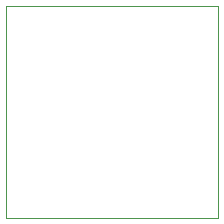
<source format=gbr>
%TF.GenerationSoftware,KiCad,Pcbnew,(5.1.10)-1*%
%TF.CreationDate,2022-02-15T17:38:39+08:00*%
%TF.ProjectId,single_switch_pcb,73696e67-6c65-45f7-9377-697463685f70,rev?*%
%TF.SameCoordinates,Original*%
%TF.FileFunction,Profile,NP*%
%FSLAX46Y46*%
G04 Gerber Fmt 4.6, Leading zero omitted, Abs format (unit mm)*
G04 Created by KiCad (PCBNEW (5.1.10)-1) date 2022-02-15 17:38:39*
%MOMM*%
%LPD*%
G01*
G04 APERTURE LIST*
%TA.AperFunction,Profile*%
%ADD10C,0.050000*%
%TD*%
G04 APERTURE END LIST*
D10*
X197070000Y-111980000D02*
X179070000Y-111980000D01*
X179070000Y-93980000D02*
X179070000Y-111980000D01*
X197070000Y-93980000D02*
X197070000Y-111980000D01*
X179070000Y-93980000D02*
X179070000Y-111980000D01*
X197070000Y-93980000D02*
X179070000Y-93980000D01*
M02*

</source>
